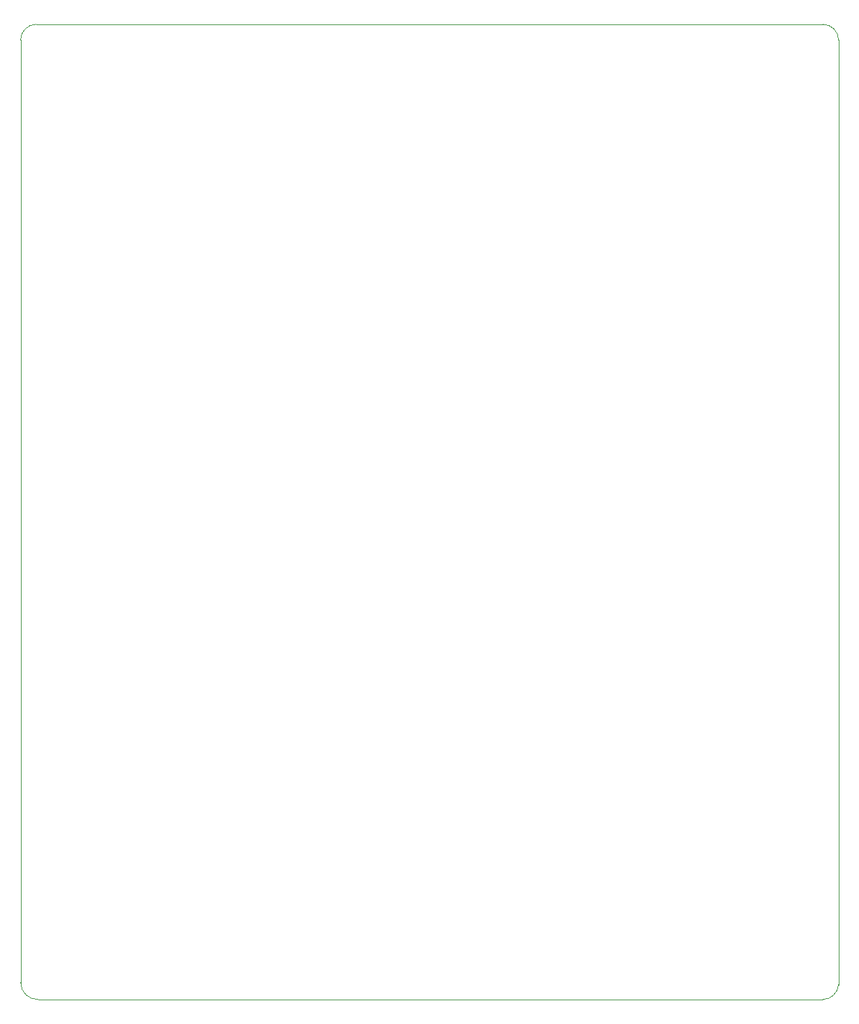
<source format=gm1>
%TF.GenerationSoftware,KiCad,Pcbnew,(5.1.8)-1*%
%TF.CreationDate,2021-05-02T19:24:36+02:00*%
%TF.ProjectId,HERMES PCB,4845524d-4553-4205-9043-422e6b696361,rev?*%
%TF.SameCoordinates,Original*%
%TF.FileFunction,Profile,NP*%
%FSLAX46Y46*%
G04 Gerber Fmt 4.6, Leading zero omitted, Abs format (unit mm)*
G04 Created by KiCad (PCBNEW (5.1.8)-1) date 2021-05-02 19:24:36*
%MOMM*%
%LPD*%
G01*
G04 APERTURE LIST*
%TA.AperFunction,Profile*%
%ADD10C,0.050000*%
%TD*%
G04 APERTURE END LIST*
D10*
X150490781Y-156590719D02*
G75*
G02*
X148590000Y-158369000I-1900781J126719D01*
G01*
X150495000Y-41910000D02*
X150495000Y-156591000D01*
X148590000Y-40005000D02*
G75*
G02*
X150495000Y-41910000I0J-1905000D01*
G01*
X53086000Y-40005000D02*
X148590000Y-40005000D01*
X51181000Y-41910000D02*
G75*
G02*
X53086000Y-40005000I1905000J0D01*
G01*
X51181000Y-156337000D02*
X51181000Y-41910000D01*
X53339753Y-158365043D02*
G75*
G02*
X51181000Y-156337000I-126753J2028043D01*
G01*
X148590000Y-158369000D02*
X53340000Y-158369000D01*
M02*

</source>
